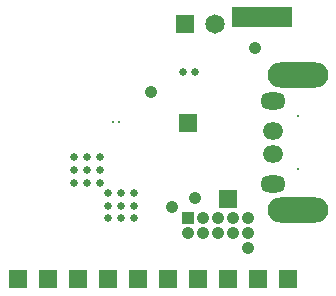
<source format=gts>
G04 Layer_Color=8388736*
%FSLAX25Y25*%
%MOIN*%
G70*
G01*
G75*
%ADD80R,0.20079X0.06693*%
%ADD81R,0.01043X0.01043*%
%ADD82C,0.04095*%
%ADD83R,0.06457X0.06457*%
%ADD84C,0.04095*%
%ADD85R,0.04095X0.04095*%
%ADD86C,0.06457*%
%ADD87O,0.20236X0.08425*%
%ADD88C,0.00945*%
%ADD89O,0.08425X0.05669*%
%ADD90O,0.06850X0.05669*%
%ADD91C,0.02520*%
D80*
X173619Y81537D02*
D03*
D81*
X126132Y46570D02*
D03*
X124132D02*
D03*
D82*
X151476Y21260D02*
D03*
X136614Y56595D02*
D03*
X171260Y71161D02*
D03*
X143701Y18110D02*
D03*
X168996Y4429D02*
D03*
D83*
X142224Y-5965D02*
D03*
X132224D02*
D03*
X162224D02*
D03*
X152224D02*
D03*
X122224D02*
D03*
X112224D02*
D03*
X102224D02*
D03*
X92224D02*
D03*
X162402Y20669D02*
D03*
X182224Y-5965D02*
D03*
X172224D02*
D03*
X149114Y46161D02*
D03*
X148129Y79212D02*
D03*
D84*
X168898Y14370D02*
D03*
X163898D02*
D03*
X158898D02*
D03*
X153898D02*
D03*
X148898Y9370D02*
D03*
X153898D02*
D03*
X158898D02*
D03*
X163898D02*
D03*
X168898D02*
D03*
D85*
X148898Y14370D02*
D03*
D86*
X158129Y79212D02*
D03*
D87*
X185728Y62106D02*
D03*
Y17224D02*
D03*
D88*
Y48524D02*
D03*
Y30807D02*
D03*
D89*
X177461Y25886D02*
D03*
Y53445D02*
D03*
D90*
Y35728D02*
D03*
Y43602D02*
D03*
D91*
X119620Y34759D02*
D03*
X115289D02*
D03*
X110958D02*
D03*
X119620Y30428D02*
D03*
X115289D02*
D03*
X110958Y30428D02*
D03*
X119620Y26097D02*
D03*
X115289D02*
D03*
X110958D02*
D03*
X131037Y22948D02*
D03*
X126706D02*
D03*
X122376D02*
D03*
X131037Y18617D02*
D03*
X126706D02*
D03*
X122376D02*
D03*
X131037Y14286D02*
D03*
X126706D02*
D03*
X122376D02*
D03*
X151378Y63090D02*
D03*
X147441D02*
D03*
M02*

</source>
